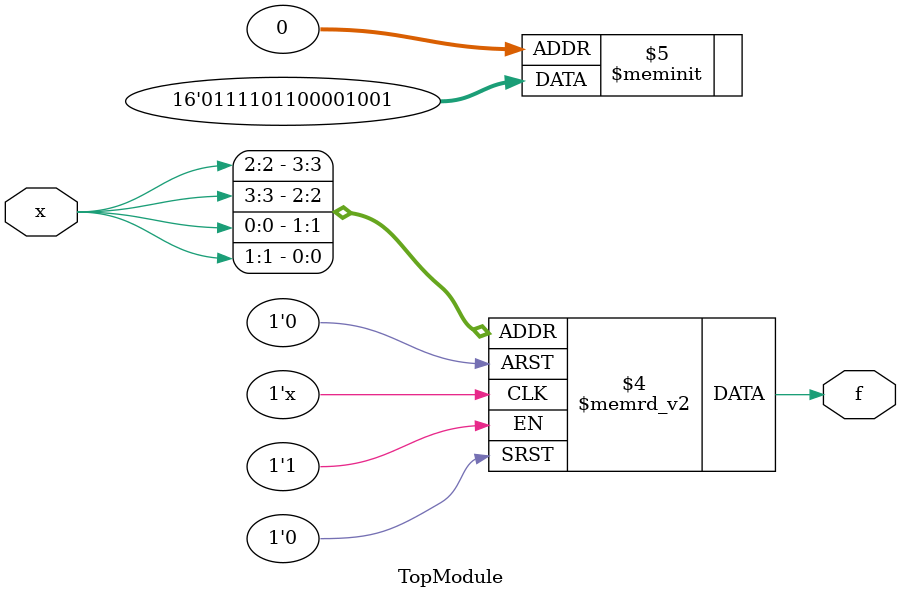
<source format=sv>
module TopModule (
    input logic [3:0] x,
    output logic f
);

    always @(*) begin
        case ({x[2], x[3], x[0], x[1]})
            4'b0000: f = 1'b1; // x[2]x[3] = 00, x[0]x[1] = 00
            4'b0001: f = 1'b0; // x[2]x[3] = 00, x[0]x[1] = 01
            4'b0010: f = 1'b0; // x[2]x[3] = 00, x[0]x[1] = 10
            4'b0011: f = 1'b1; // x[2]x[3] = 00, x[0]x[1] = 11
            4'b0100: f = 1'b0; // x[2]x[3] = 01, x[0]x[1] = 00
            4'b0101: f = 1'b0; // x[2]x[3] = 01, x[0]x[1] = 01
            4'b0110: f = 1'b0; // x[2]x[3] = 01, x[0]x[1] = 10
            4'b0111: f = 1'b0; // x[2]x[3] = 01, x[0]x[1] = 11
            4'b1000: f = 1'b1; // x[2]x[3] = 10, x[0]x[1] = 00
            4'b1001: f = 1'b1; // x[2]x[3] = 10, x[0]x[1] = 01
            4'b1010: f = 1'b0; // x[2]x[3] = 10, x[0]x[1] = 10
            4'b1011: f = 1'b1; // x[2]x[3] = 10, x[0]x[1] = 11
            4'b1100: f = 1'b1; // x[2]x[3] = 11, x[0]x[1] = 00
            4'b1101: f = 1'b1; // x[2]x[3] = 11, x[0]x[1] = 01
            4'b1110: f = 1'b1; // x[2]x[3] = 11, x[0]x[1] = 10
            4'b1111: f = 1'b0; // x[2]x[3] = 11, x[0]x[1] = 11
            default: f = 1'b0; // Default case
        endcase
    end

endmodule
</source>
